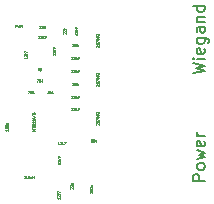
<source format=gbr>
G04 #@! TF.GenerationSoftware,KiCad,Pcbnew,no-vcs-found-7613~57~ubuntu16.04.1*
G04 #@! TF.CreationDate,2017-02-19T17:16:57-08:00*
G04 #@! TF.ProjectId,ESPKey,4553504B65792E6B696361645F706362,rev?*
G04 #@! TF.FileFunction,Other,Fab,Top*
%FSLAX46Y46*%
G04 Gerber Fmt 4.6, Leading zero omitted, Abs format (unit mm)*
G04 Created by KiCad (PCBNEW no-vcs-found-7613~57~ubuntu16.04.1) date Sun Feb 19 17:16:57 2017*
%MOMM*%
%LPD*%
G01*
G04 APERTURE LIST*
%ADD10C,0.100000*%
%ADD11C,0.030000*%
%ADD12C,0.150000*%
G04 APERTURE END LIST*
D10*
D11*
X106787476Y-113700714D02*
X106692238Y-113767380D01*
X106787476Y-113815000D02*
X106587476Y-113815000D01*
X106587476Y-113738809D01*
X106597000Y-113719761D01*
X106606523Y-113710238D01*
X106625571Y-113700714D01*
X106654142Y-113700714D01*
X106673190Y-113710238D01*
X106682714Y-113719761D01*
X106692238Y-113738809D01*
X106692238Y-113815000D01*
X106587476Y-113643571D02*
X106587476Y-113529285D01*
X106787476Y-113586428D02*
X106587476Y-113586428D01*
X106587476Y-113376904D02*
X106587476Y-113415000D01*
X106597000Y-113434047D01*
X106606523Y-113443571D01*
X106635095Y-113462619D01*
X106673190Y-113472142D01*
X106749380Y-113472142D01*
X106768428Y-113462619D01*
X106777952Y-113453095D01*
X106787476Y-113434047D01*
X106787476Y-113395952D01*
X106777952Y-113376904D01*
X106768428Y-113367380D01*
X106749380Y-113357857D01*
X106701761Y-113357857D01*
X106682714Y-113367380D01*
X106673190Y-113376904D01*
X106663666Y-113395952D01*
X106663666Y-113434047D01*
X106673190Y-113453095D01*
X106682714Y-113462619D01*
X106701761Y-113472142D01*
X106606523Y-113281666D02*
X106597000Y-113272142D01*
X106587476Y-113253095D01*
X106587476Y-113205476D01*
X106597000Y-113186428D01*
X106606523Y-113176904D01*
X106625571Y-113167380D01*
X106644619Y-113167380D01*
X106673190Y-113176904D01*
X106787476Y-113291190D01*
X106787476Y-113167380D01*
X106787476Y-112976904D02*
X106787476Y-113091190D01*
X106787476Y-113034047D02*
X106587476Y-113034047D01*
X106616047Y-113053095D01*
X106635095Y-113072142D01*
X106644619Y-113091190D01*
X106606523Y-112900714D02*
X106597000Y-112891190D01*
X106587476Y-112872142D01*
X106587476Y-112824523D01*
X106597000Y-112805476D01*
X106606523Y-112795952D01*
X106625571Y-112786428D01*
X106644619Y-112786428D01*
X106673190Y-112795952D01*
X106787476Y-112910238D01*
X106787476Y-112786428D01*
X106730333Y-112710238D02*
X106730333Y-112615000D01*
X106787476Y-112729285D02*
X106587476Y-112662619D01*
X106787476Y-112595952D01*
X106577952Y-112386428D02*
X106835095Y-112557857D01*
X106682714Y-112253095D02*
X106692238Y-112224523D01*
X106701761Y-112215000D01*
X106720809Y-112205476D01*
X106749380Y-112205476D01*
X106768428Y-112215000D01*
X106777952Y-112224523D01*
X106787476Y-112243571D01*
X106787476Y-112319761D01*
X106587476Y-112319761D01*
X106587476Y-112253095D01*
X106597000Y-112234047D01*
X106606523Y-112224523D01*
X106625571Y-112215000D01*
X106644619Y-112215000D01*
X106663666Y-112224523D01*
X106673190Y-112234047D01*
X106682714Y-112253095D01*
X106682714Y-112319761D01*
X108890476Y-119414285D02*
X108890476Y-119528571D01*
X108890476Y-119471428D02*
X108690476Y-119471428D01*
X108719047Y-119490476D01*
X108738095Y-119509523D01*
X108747619Y-119528571D01*
X108709523Y-119338095D02*
X108700000Y-119328571D01*
X108690476Y-119309523D01*
X108690476Y-119261904D01*
X108700000Y-119242857D01*
X108709523Y-119233333D01*
X108728571Y-119223809D01*
X108747619Y-119223809D01*
X108776190Y-119233333D01*
X108890476Y-119347619D01*
X108890476Y-119223809D01*
X108890476Y-119138095D02*
X108690476Y-119138095D01*
X108814285Y-119119047D02*
X108890476Y-119061904D01*
X108757142Y-119061904D02*
X108833333Y-119138095D01*
X108690476Y-118995238D02*
X108690476Y-118861904D01*
X108890476Y-118947619D01*
X112009523Y-106642857D02*
X112000000Y-106633333D01*
X111990476Y-106614285D01*
X111990476Y-106566666D01*
X112000000Y-106547619D01*
X112009523Y-106538095D01*
X112028571Y-106528571D01*
X112047619Y-106528571D01*
X112076190Y-106538095D01*
X112190476Y-106652380D01*
X112190476Y-106528571D01*
X112190476Y-106442857D02*
X111990476Y-106442857D01*
X112190476Y-106328571D01*
X111990476Y-106328571D01*
X111990476Y-106252380D02*
X111990476Y-106119047D01*
X112190476Y-106204761D01*
X111990476Y-106004761D02*
X111990476Y-105985714D01*
X112000000Y-105966666D01*
X112009523Y-105957142D01*
X112028571Y-105947619D01*
X112066666Y-105938095D01*
X112114285Y-105938095D01*
X112152380Y-105947619D01*
X112171428Y-105957142D01*
X112180952Y-105966666D01*
X112190476Y-105985714D01*
X112190476Y-106004761D01*
X112180952Y-106023809D01*
X112171428Y-106033333D01*
X112152380Y-106042857D01*
X112114285Y-106052380D01*
X112066666Y-106052380D01*
X112028571Y-106042857D01*
X112009523Y-106033333D01*
X112000000Y-106023809D01*
X111990476Y-106004761D01*
X111990476Y-105814285D02*
X111990476Y-105795238D01*
X112000000Y-105776190D01*
X112009523Y-105766666D01*
X112028571Y-105757142D01*
X112066666Y-105747619D01*
X112114285Y-105747619D01*
X112152380Y-105757142D01*
X112171428Y-105766666D01*
X112180952Y-105776190D01*
X112190476Y-105795238D01*
X112190476Y-105814285D01*
X112180952Y-105833333D01*
X112171428Y-105842857D01*
X112152380Y-105852380D01*
X112114285Y-105861904D01*
X112066666Y-105861904D01*
X112028571Y-105852380D01*
X112009523Y-105842857D01*
X112000000Y-105833333D01*
X111990476Y-105814285D01*
X112009523Y-105671428D02*
X112000000Y-105661904D01*
X111990476Y-105642857D01*
X111990476Y-105595238D01*
X112000000Y-105576190D01*
X112009523Y-105566666D01*
X112028571Y-105557142D01*
X112047619Y-105557142D01*
X112076190Y-105566666D01*
X112190476Y-105680952D01*
X112190476Y-105557142D01*
X105133333Y-104990476D02*
X105133333Y-104790476D01*
X105209523Y-104790476D01*
X105228571Y-104800000D01*
X105238095Y-104809523D01*
X105247619Y-104828571D01*
X105247619Y-104857142D01*
X105238095Y-104876190D01*
X105228571Y-104885714D01*
X105209523Y-104895238D01*
X105133333Y-104895238D01*
X105314285Y-104790476D02*
X105361904Y-104990476D01*
X105400000Y-104847619D01*
X105438095Y-104990476D01*
X105485714Y-104790476D01*
X105676190Y-104990476D02*
X105609523Y-104895238D01*
X105561904Y-104990476D02*
X105561904Y-104790476D01*
X105638095Y-104790476D01*
X105657142Y-104800000D01*
X105666666Y-104809523D01*
X105676190Y-104828571D01*
X105676190Y-104857142D01*
X105666666Y-104876190D01*
X105657142Y-104885714D01*
X105638095Y-104895238D01*
X105561904Y-104895238D01*
D12*
X121182380Y-117990690D02*
X120182380Y-117990690D01*
X120182380Y-117609738D01*
X120230000Y-117514500D01*
X120277619Y-117466880D01*
X120372857Y-117419261D01*
X120515714Y-117419261D01*
X120610952Y-117466880D01*
X120658571Y-117514500D01*
X120706190Y-117609738D01*
X120706190Y-117990690D01*
X121182380Y-116847833D02*
X121134761Y-116943071D01*
X121087142Y-116990690D01*
X120991904Y-117038309D01*
X120706190Y-117038309D01*
X120610952Y-116990690D01*
X120563333Y-116943071D01*
X120515714Y-116847833D01*
X120515714Y-116704976D01*
X120563333Y-116609738D01*
X120610952Y-116562119D01*
X120706190Y-116514500D01*
X120991904Y-116514500D01*
X121087142Y-116562119D01*
X121134761Y-116609738D01*
X121182380Y-116704976D01*
X121182380Y-116847833D01*
X120515714Y-116181166D02*
X121182380Y-115990690D01*
X120706190Y-115800214D01*
X121182380Y-115609738D01*
X120515714Y-115419261D01*
X121134761Y-114657357D02*
X121182380Y-114752595D01*
X121182380Y-114943071D01*
X121134761Y-115038309D01*
X121039523Y-115085928D01*
X120658571Y-115085928D01*
X120563333Y-115038309D01*
X120515714Y-114943071D01*
X120515714Y-114752595D01*
X120563333Y-114657357D01*
X120658571Y-114609738D01*
X120753809Y-114609738D01*
X120849047Y-115085928D01*
X121182380Y-114181166D02*
X120515714Y-114181166D01*
X120706190Y-114181166D02*
X120610952Y-114133547D01*
X120563333Y-114085928D01*
X120515714Y-113990690D01*
X120515714Y-113895452D01*
X120170180Y-108904761D02*
X121170180Y-108666666D01*
X120455895Y-108476190D01*
X121170180Y-108285714D01*
X120170180Y-108047619D01*
X121170180Y-107666666D02*
X120503514Y-107666666D01*
X120170180Y-107666666D02*
X120217800Y-107714285D01*
X120265419Y-107666666D01*
X120217800Y-107619047D01*
X120170180Y-107666666D01*
X120265419Y-107666666D01*
X121122561Y-106809523D02*
X121170180Y-106904761D01*
X121170180Y-107095238D01*
X121122561Y-107190476D01*
X121027323Y-107238095D01*
X120646371Y-107238095D01*
X120551133Y-107190476D01*
X120503514Y-107095238D01*
X120503514Y-106904761D01*
X120551133Y-106809523D01*
X120646371Y-106761904D01*
X120741609Y-106761904D01*
X120836847Y-107238095D01*
X120503514Y-105904761D02*
X121313038Y-105904761D01*
X121408276Y-105952380D01*
X121455895Y-106000000D01*
X121503514Y-106095238D01*
X121503514Y-106238095D01*
X121455895Y-106333333D01*
X121122561Y-105904761D02*
X121170180Y-106000000D01*
X121170180Y-106190476D01*
X121122561Y-106285714D01*
X121074942Y-106333333D01*
X120979704Y-106380952D01*
X120693990Y-106380952D01*
X120598752Y-106333333D01*
X120551133Y-106285714D01*
X120503514Y-106190476D01*
X120503514Y-106000000D01*
X120551133Y-105904761D01*
X121170180Y-105000000D02*
X120646371Y-105000000D01*
X120551133Y-105047619D01*
X120503514Y-105142857D01*
X120503514Y-105333333D01*
X120551133Y-105428571D01*
X121122561Y-105000000D02*
X121170180Y-105095238D01*
X121170180Y-105333333D01*
X121122561Y-105428571D01*
X121027323Y-105476190D01*
X120932085Y-105476190D01*
X120836847Y-105428571D01*
X120789228Y-105333333D01*
X120789228Y-105095238D01*
X120741609Y-105000000D01*
X120503514Y-104523809D02*
X121170180Y-104523809D01*
X120598752Y-104523809D02*
X120551133Y-104476190D01*
X120503514Y-104380952D01*
X120503514Y-104238095D01*
X120551133Y-104142857D01*
X120646371Y-104095238D01*
X121170180Y-104095238D01*
X121170180Y-103190476D02*
X120170180Y-103190476D01*
X121122561Y-103190476D02*
X121170180Y-103285714D01*
X121170180Y-103476190D01*
X121122561Y-103571428D01*
X121074942Y-103619047D01*
X120979704Y-103666666D01*
X120693990Y-103666666D01*
X120598752Y-103619047D01*
X120551133Y-103571428D01*
X120503514Y-103476190D01*
X120503514Y-103285714D01*
X120551133Y-103190476D01*
D11*
X111535642Y-114507023D02*
X111545166Y-114497500D01*
X111564214Y-114487976D01*
X111611833Y-114487976D01*
X111630880Y-114497500D01*
X111640404Y-114507023D01*
X111649928Y-114526071D01*
X111649928Y-114545119D01*
X111640404Y-114573690D01*
X111526119Y-114687976D01*
X111649928Y-114687976D01*
X111726119Y-114507023D02*
X111735642Y-114497500D01*
X111754690Y-114487976D01*
X111802309Y-114487976D01*
X111821357Y-114497500D01*
X111830880Y-114507023D01*
X111840404Y-114526071D01*
X111840404Y-114545119D01*
X111830880Y-114573690D01*
X111716595Y-114687976D01*
X111840404Y-114687976D01*
X112011833Y-114554642D02*
X112011833Y-114687976D01*
X111926119Y-114554642D02*
X111926119Y-114659404D01*
X111935642Y-114678452D01*
X111954690Y-114687976D01*
X111983261Y-114687976D01*
X112002309Y-114678452D01*
X112011833Y-114668928D01*
X104490476Y-113623809D02*
X104490476Y-113738095D01*
X104490476Y-113680952D02*
X104290476Y-113680952D01*
X104319047Y-113700000D01*
X104338095Y-113719047D01*
X104347619Y-113738095D01*
X104290476Y-113500000D02*
X104290476Y-113480952D01*
X104300000Y-113461904D01*
X104309523Y-113452380D01*
X104328571Y-113442857D01*
X104366666Y-113433333D01*
X104414285Y-113433333D01*
X104452380Y-113442857D01*
X104471428Y-113452380D01*
X104480952Y-113461904D01*
X104490476Y-113480952D01*
X104490476Y-113500000D01*
X104480952Y-113519047D01*
X104471428Y-113528571D01*
X104452380Y-113538095D01*
X104414285Y-113547619D01*
X104366666Y-113547619D01*
X104328571Y-113538095D01*
X104309523Y-113528571D01*
X104300000Y-113519047D01*
X104290476Y-113500000D01*
X104290476Y-113309523D02*
X104290476Y-113290476D01*
X104300000Y-113271428D01*
X104309523Y-113261904D01*
X104328571Y-113252380D01*
X104366666Y-113242857D01*
X104414285Y-113242857D01*
X104452380Y-113252380D01*
X104471428Y-113261904D01*
X104480952Y-113271428D01*
X104490476Y-113290476D01*
X104490476Y-113309523D01*
X104480952Y-113328571D01*
X104471428Y-113338095D01*
X104452380Y-113347619D01*
X104414285Y-113357142D01*
X104366666Y-113357142D01*
X104328571Y-113347619D01*
X104309523Y-113338095D01*
X104300000Y-113328571D01*
X104290476Y-113309523D01*
X104357142Y-113157142D02*
X104490476Y-113157142D01*
X104376190Y-113157142D02*
X104366666Y-113147619D01*
X104357142Y-113128571D01*
X104357142Y-113100000D01*
X104366666Y-113080952D01*
X104385714Y-113071428D01*
X104490476Y-113071428D01*
X109809523Y-118642857D02*
X109800000Y-118633333D01*
X109790476Y-118614285D01*
X109790476Y-118566666D01*
X109800000Y-118547619D01*
X109809523Y-118538095D01*
X109828571Y-118528571D01*
X109847619Y-118528571D01*
X109876190Y-118538095D01*
X109990476Y-118652380D01*
X109990476Y-118528571D01*
X109809523Y-118452380D02*
X109800000Y-118442857D01*
X109790476Y-118423809D01*
X109790476Y-118376190D01*
X109800000Y-118357142D01*
X109809523Y-118347619D01*
X109828571Y-118338095D01*
X109847619Y-118338095D01*
X109876190Y-118347619D01*
X109990476Y-118461904D01*
X109990476Y-118338095D01*
X109857142Y-118166666D02*
X109990476Y-118166666D01*
X109857142Y-118252380D02*
X109961904Y-118252380D01*
X109980952Y-118242857D01*
X109990476Y-118223809D01*
X109990476Y-118195238D01*
X109980952Y-118176190D01*
X109971428Y-118166666D01*
X111640476Y-118923809D02*
X111640476Y-119038095D01*
X111640476Y-118980952D02*
X111440476Y-118980952D01*
X111469047Y-119000000D01*
X111488095Y-119019047D01*
X111497619Y-119038095D01*
X111440476Y-118800000D02*
X111440476Y-118780952D01*
X111450000Y-118761904D01*
X111459523Y-118752380D01*
X111478571Y-118742857D01*
X111516666Y-118733333D01*
X111564285Y-118733333D01*
X111602380Y-118742857D01*
X111621428Y-118752380D01*
X111630952Y-118761904D01*
X111640476Y-118780952D01*
X111640476Y-118800000D01*
X111630952Y-118819047D01*
X111621428Y-118828571D01*
X111602380Y-118838095D01*
X111564285Y-118847619D01*
X111516666Y-118847619D01*
X111478571Y-118838095D01*
X111459523Y-118828571D01*
X111450000Y-118819047D01*
X111440476Y-118800000D01*
X111440476Y-118609523D02*
X111440476Y-118590476D01*
X111450000Y-118571428D01*
X111459523Y-118561904D01*
X111478571Y-118552380D01*
X111516666Y-118542857D01*
X111564285Y-118542857D01*
X111602380Y-118552380D01*
X111621428Y-118561904D01*
X111630952Y-118571428D01*
X111640476Y-118590476D01*
X111640476Y-118609523D01*
X111630952Y-118628571D01*
X111621428Y-118638095D01*
X111602380Y-118647619D01*
X111564285Y-118657142D01*
X111516666Y-118657142D01*
X111478571Y-118647619D01*
X111459523Y-118638095D01*
X111450000Y-118628571D01*
X111440476Y-118609523D01*
X111507142Y-118457142D02*
X111640476Y-118457142D01*
X111526190Y-118457142D02*
X111516666Y-118447619D01*
X111507142Y-118428571D01*
X111507142Y-118400000D01*
X111516666Y-118380952D01*
X111535714Y-118371428D01*
X111640476Y-118371428D01*
X112009523Y-113242857D02*
X112000000Y-113233333D01*
X111990476Y-113214285D01*
X111990476Y-113166666D01*
X112000000Y-113147619D01*
X112009523Y-113138095D01*
X112028571Y-113128571D01*
X112047619Y-113128571D01*
X112076190Y-113138095D01*
X112190476Y-113252380D01*
X112190476Y-113128571D01*
X112190476Y-113042857D02*
X111990476Y-113042857D01*
X112190476Y-112928571D01*
X111990476Y-112928571D01*
X111990476Y-112852380D02*
X111990476Y-112719047D01*
X112190476Y-112804761D01*
X111990476Y-112604761D02*
X111990476Y-112585714D01*
X112000000Y-112566666D01*
X112009523Y-112557142D01*
X112028571Y-112547619D01*
X112066666Y-112538095D01*
X112114285Y-112538095D01*
X112152380Y-112547619D01*
X112171428Y-112557142D01*
X112180952Y-112566666D01*
X112190476Y-112585714D01*
X112190476Y-112604761D01*
X112180952Y-112623809D01*
X112171428Y-112633333D01*
X112152380Y-112642857D01*
X112114285Y-112652380D01*
X112066666Y-112652380D01*
X112028571Y-112642857D01*
X112009523Y-112633333D01*
X112000000Y-112623809D01*
X111990476Y-112604761D01*
X111990476Y-112414285D02*
X111990476Y-112395238D01*
X112000000Y-112376190D01*
X112009523Y-112366666D01*
X112028571Y-112357142D01*
X112066666Y-112347619D01*
X112114285Y-112347619D01*
X112152380Y-112357142D01*
X112171428Y-112366666D01*
X112180952Y-112376190D01*
X112190476Y-112395238D01*
X112190476Y-112414285D01*
X112180952Y-112433333D01*
X112171428Y-112442857D01*
X112152380Y-112452380D01*
X112114285Y-112461904D01*
X112066666Y-112461904D01*
X112028571Y-112452380D01*
X112009523Y-112442857D01*
X112000000Y-112433333D01*
X111990476Y-112414285D01*
X112009523Y-112271428D02*
X112000000Y-112261904D01*
X111990476Y-112242857D01*
X111990476Y-112195238D01*
X112000000Y-112176190D01*
X112009523Y-112166666D01*
X112028571Y-112157142D01*
X112047619Y-112157142D01*
X112076190Y-112166666D01*
X112190476Y-112280952D01*
X112190476Y-112157142D01*
X112009523Y-109942857D02*
X112000000Y-109933333D01*
X111990476Y-109914285D01*
X111990476Y-109866666D01*
X112000000Y-109847619D01*
X112009523Y-109838095D01*
X112028571Y-109828571D01*
X112047619Y-109828571D01*
X112076190Y-109838095D01*
X112190476Y-109952380D01*
X112190476Y-109828571D01*
X112190476Y-109742857D02*
X111990476Y-109742857D01*
X112190476Y-109628571D01*
X111990476Y-109628571D01*
X111990476Y-109552380D02*
X111990476Y-109419047D01*
X112190476Y-109504761D01*
X111990476Y-109304761D02*
X111990476Y-109285714D01*
X112000000Y-109266666D01*
X112009523Y-109257142D01*
X112028571Y-109247619D01*
X112066666Y-109238095D01*
X112114285Y-109238095D01*
X112152380Y-109247619D01*
X112171428Y-109257142D01*
X112180952Y-109266666D01*
X112190476Y-109285714D01*
X112190476Y-109304761D01*
X112180952Y-109323809D01*
X112171428Y-109333333D01*
X112152380Y-109342857D01*
X112114285Y-109352380D01*
X112066666Y-109352380D01*
X112028571Y-109342857D01*
X112009523Y-109333333D01*
X112000000Y-109323809D01*
X111990476Y-109304761D01*
X111990476Y-109114285D02*
X111990476Y-109095238D01*
X112000000Y-109076190D01*
X112009523Y-109066666D01*
X112028571Y-109057142D01*
X112066666Y-109047619D01*
X112114285Y-109047619D01*
X112152380Y-109057142D01*
X112171428Y-109066666D01*
X112180952Y-109076190D01*
X112190476Y-109095238D01*
X112190476Y-109114285D01*
X112180952Y-109133333D01*
X112171428Y-109142857D01*
X112152380Y-109152380D01*
X112114285Y-109161904D01*
X112066666Y-109161904D01*
X112028571Y-109152380D01*
X112009523Y-109142857D01*
X112000000Y-109133333D01*
X111990476Y-109114285D01*
X112009523Y-108971428D02*
X112000000Y-108961904D01*
X111990476Y-108942857D01*
X111990476Y-108895238D01*
X112000000Y-108876190D01*
X112009523Y-108866666D01*
X112028571Y-108857142D01*
X112047619Y-108857142D01*
X112076190Y-108866666D01*
X112190476Y-108980952D01*
X112190476Y-108857142D01*
X106090476Y-107514285D02*
X106090476Y-107628571D01*
X106090476Y-107571428D02*
X105890476Y-107571428D01*
X105919047Y-107590476D01*
X105938095Y-107609523D01*
X105947619Y-107628571D01*
X105909523Y-107438095D02*
X105900000Y-107428571D01*
X105890476Y-107409523D01*
X105890476Y-107361904D01*
X105900000Y-107342857D01*
X105909523Y-107333333D01*
X105928571Y-107323809D01*
X105947619Y-107323809D01*
X105976190Y-107333333D01*
X106090476Y-107447619D01*
X106090476Y-107323809D01*
X106090476Y-107238095D02*
X105890476Y-107238095D01*
X106014285Y-107219047D02*
X106090476Y-107161904D01*
X105957142Y-107161904D02*
X106033333Y-107238095D01*
X105890476Y-107095238D02*
X105890476Y-106961904D01*
X106090476Y-107047619D01*
X108490476Y-107214285D02*
X108490476Y-107328571D01*
X108490476Y-107271428D02*
X108290476Y-107271428D01*
X108319047Y-107290476D01*
X108338095Y-107309523D01*
X108347619Y-107328571D01*
X108309523Y-107138095D02*
X108300000Y-107128571D01*
X108290476Y-107109523D01*
X108290476Y-107061904D01*
X108300000Y-107042857D01*
X108309523Y-107033333D01*
X108328571Y-107023809D01*
X108347619Y-107023809D01*
X108376190Y-107033333D01*
X108490476Y-107147619D01*
X108490476Y-107023809D01*
X108490476Y-106938095D02*
X108290476Y-106938095D01*
X108414285Y-106919047D02*
X108490476Y-106861904D01*
X108357142Y-106861904D02*
X108433333Y-106938095D01*
X108290476Y-106795238D02*
X108290476Y-106661904D01*
X108490476Y-106747619D01*
X108835714Y-114890476D02*
X108721428Y-114890476D01*
X108778571Y-114890476D02*
X108778571Y-114690476D01*
X108759523Y-114719047D01*
X108740476Y-114738095D01*
X108721428Y-114747619D01*
X108911904Y-114709523D02*
X108921428Y-114700000D01*
X108940476Y-114690476D01*
X108988095Y-114690476D01*
X109007142Y-114700000D01*
X109016666Y-114709523D01*
X109026190Y-114728571D01*
X109026190Y-114747619D01*
X109016666Y-114776190D01*
X108902380Y-114890476D01*
X109026190Y-114890476D01*
X109111904Y-114890476D02*
X109111904Y-114690476D01*
X109130952Y-114814285D02*
X109188095Y-114890476D01*
X109188095Y-114757142D02*
X109111904Y-114833333D01*
X109254761Y-114690476D02*
X109388095Y-114690476D01*
X109302380Y-114890476D01*
X108940476Y-116464285D02*
X108940476Y-116578571D01*
X108940476Y-116521428D02*
X108740476Y-116521428D01*
X108769047Y-116540476D01*
X108788095Y-116559523D01*
X108797619Y-116578571D01*
X108759523Y-116388095D02*
X108750000Y-116378571D01*
X108740476Y-116359523D01*
X108740476Y-116311904D01*
X108750000Y-116292857D01*
X108759523Y-116283333D01*
X108778571Y-116273809D01*
X108797619Y-116273809D01*
X108826190Y-116283333D01*
X108940476Y-116397619D01*
X108940476Y-116273809D01*
X108940476Y-116188095D02*
X108740476Y-116188095D01*
X108864285Y-116169047D02*
X108940476Y-116111904D01*
X108807142Y-116111904D02*
X108883333Y-116188095D01*
X108740476Y-116045238D02*
X108740476Y-115911904D01*
X108940476Y-115997619D01*
X109985714Y-111990476D02*
X109871428Y-111990476D01*
X109928571Y-111990476D02*
X109928571Y-111790476D01*
X109909523Y-111819047D01*
X109890476Y-111838095D01*
X109871428Y-111847619D01*
X110061904Y-111809523D02*
X110071428Y-111800000D01*
X110090476Y-111790476D01*
X110138095Y-111790476D01*
X110157142Y-111800000D01*
X110166666Y-111809523D01*
X110176190Y-111828571D01*
X110176190Y-111847619D01*
X110166666Y-111876190D01*
X110052380Y-111990476D01*
X110176190Y-111990476D01*
X110261904Y-111990476D02*
X110261904Y-111790476D01*
X110280952Y-111914285D02*
X110338095Y-111990476D01*
X110338095Y-111857142D02*
X110261904Y-111933333D01*
X110404761Y-111790476D02*
X110538095Y-111790476D01*
X110452380Y-111990476D01*
X109985714Y-110990476D02*
X109871428Y-110990476D01*
X109928571Y-110990476D02*
X109928571Y-110790476D01*
X109909523Y-110819047D01*
X109890476Y-110838095D01*
X109871428Y-110847619D01*
X110061904Y-110809523D02*
X110071428Y-110800000D01*
X110090476Y-110790476D01*
X110138095Y-110790476D01*
X110157142Y-110800000D01*
X110166666Y-110809523D01*
X110176190Y-110828571D01*
X110176190Y-110847619D01*
X110166666Y-110876190D01*
X110052380Y-110990476D01*
X110176190Y-110990476D01*
X110261904Y-110990476D02*
X110261904Y-110790476D01*
X110280952Y-110914285D02*
X110338095Y-110990476D01*
X110338095Y-110857142D02*
X110261904Y-110933333D01*
X110404761Y-110790476D02*
X110538095Y-110790476D01*
X110452380Y-110990476D01*
X109966666Y-109709523D02*
X109976190Y-109700000D01*
X109995238Y-109690476D01*
X110042857Y-109690476D01*
X110061904Y-109700000D01*
X110071428Y-109709523D01*
X110080952Y-109728571D01*
X110080952Y-109747619D01*
X110071428Y-109776190D01*
X109957142Y-109890476D01*
X110080952Y-109890476D01*
X110157142Y-109709523D02*
X110166666Y-109700000D01*
X110185714Y-109690476D01*
X110233333Y-109690476D01*
X110252380Y-109700000D01*
X110261904Y-109709523D01*
X110271428Y-109728571D01*
X110271428Y-109747619D01*
X110261904Y-109776190D01*
X110147619Y-109890476D01*
X110271428Y-109890476D01*
X110357142Y-109890476D02*
X110357142Y-109690476D01*
X110376190Y-109814285D02*
X110433333Y-109890476D01*
X110433333Y-109757142D02*
X110357142Y-109833333D01*
X109985714Y-108790476D02*
X109871428Y-108790476D01*
X109928571Y-108790476D02*
X109928571Y-108590476D01*
X109909523Y-108619047D01*
X109890476Y-108638095D01*
X109871428Y-108647619D01*
X110061904Y-108609523D02*
X110071428Y-108600000D01*
X110090476Y-108590476D01*
X110138095Y-108590476D01*
X110157142Y-108600000D01*
X110166666Y-108609523D01*
X110176190Y-108628571D01*
X110176190Y-108647619D01*
X110166666Y-108676190D01*
X110052380Y-108790476D01*
X110176190Y-108790476D01*
X110261904Y-108790476D02*
X110261904Y-108590476D01*
X110280952Y-108714285D02*
X110338095Y-108790476D01*
X110338095Y-108657142D02*
X110261904Y-108733333D01*
X110404761Y-108590476D02*
X110538095Y-108590476D01*
X110452380Y-108790476D01*
X109985714Y-107690476D02*
X109871428Y-107690476D01*
X109928571Y-107690476D02*
X109928571Y-107490476D01*
X109909523Y-107519047D01*
X109890476Y-107538095D01*
X109871428Y-107547619D01*
X110061904Y-107509523D02*
X110071428Y-107500000D01*
X110090476Y-107490476D01*
X110138095Y-107490476D01*
X110157142Y-107500000D01*
X110166666Y-107509523D01*
X110176190Y-107528571D01*
X110176190Y-107547619D01*
X110166666Y-107576190D01*
X110052380Y-107690476D01*
X110176190Y-107690476D01*
X110261904Y-107690476D02*
X110261904Y-107490476D01*
X110280952Y-107614285D02*
X110338095Y-107690476D01*
X110338095Y-107557142D02*
X110261904Y-107633333D01*
X110404761Y-107490476D02*
X110538095Y-107490476D01*
X110452380Y-107690476D01*
X109966666Y-106409523D02*
X109976190Y-106400000D01*
X109995238Y-106390476D01*
X110042857Y-106390476D01*
X110061904Y-106400000D01*
X110071428Y-106409523D01*
X110080952Y-106428571D01*
X110080952Y-106447619D01*
X110071428Y-106476190D01*
X109957142Y-106590476D01*
X110080952Y-106590476D01*
X110157142Y-106409523D02*
X110166666Y-106400000D01*
X110185714Y-106390476D01*
X110233333Y-106390476D01*
X110252380Y-106400000D01*
X110261904Y-106409523D01*
X110271428Y-106428571D01*
X110271428Y-106447619D01*
X110261904Y-106476190D01*
X110147619Y-106590476D01*
X110271428Y-106590476D01*
X110357142Y-106590476D02*
X110357142Y-106390476D01*
X110376190Y-106514285D02*
X110433333Y-106590476D01*
X110433333Y-106457142D02*
X110357142Y-106533333D01*
X107185714Y-105890476D02*
X107071428Y-105890476D01*
X107128571Y-105890476D02*
X107128571Y-105690476D01*
X107109523Y-105719047D01*
X107090476Y-105738095D01*
X107071428Y-105747619D01*
X107261904Y-105709523D02*
X107271428Y-105700000D01*
X107290476Y-105690476D01*
X107338095Y-105690476D01*
X107357142Y-105700000D01*
X107366666Y-105709523D01*
X107376190Y-105728571D01*
X107376190Y-105747619D01*
X107366666Y-105776190D01*
X107252380Y-105890476D01*
X107376190Y-105890476D01*
X107461904Y-105890476D02*
X107461904Y-105690476D01*
X107480952Y-105814285D02*
X107538095Y-105890476D01*
X107538095Y-105757142D02*
X107461904Y-105833333D01*
X107604761Y-105690476D02*
X107738095Y-105690476D01*
X107652380Y-105890476D01*
X110390476Y-105514285D02*
X110390476Y-105628571D01*
X110390476Y-105571428D02*
X110190476Y-105571428D01*
X110219047Y-105590476D01*
X110238095Y-105609523D01*
X110247619Y-105628571D01*
X110209523Y-105438095D02*
X110200000Y-105428571D01*
X110190476Y-105409523D01*
X110190476Y-105361904D01*
X110200000Y-105342857D01*
X110209523Y-105333333D01*
X110228571Y-105323809D01*
X110247619Y-105323809D01*
X110276190Y-105333333D01*
X110390476Y-105447619D01*
X110390476Y-105323809D01*
X110390476Y-105238095D02*
X110190476Y-105238095D01*
X110314285Y-105219047D02*
X110390476Y-105161904D01*
X110257142Y-105161904D02*
X110333333Y-105238095D01*
X110190476Y-105095238D02*
X110190476Y-104961904D01*
X110390476Y-105047619D01*
X109209523Y-105533333D02*
X109200000Y-105523809D01*
X109190476Y-105504761D01*
X109190476Y-105457142D01*
X109200000Y-105438095D01*
X109209523Y-105428571D01*
X109228571Y-105419047D01*
X109247619Y-105419047D01*
X109276190Y-105428571D01*
X109390476Y-105542857D01*
X109390476Y-105419047D01*
X109209523Y-105342857D02*
X109200000Y-105333333D01*
X109190476Y-105314285D01*
X109190476Y-105266666D01*
X109200000Y-105247619D01*
X109209523Y-105238095D01*
X109228571Y-105228571D01*
X109247619Y-105228571D01*
X109276190Y-105238095D01*
X109390476Y-105352380D01*
X109390476Y-105228571D01*
X109390476Y-105142857D02*
X109190476Y-105142857D01*
X109314285Y-105123809D02*
X109390476Y-105066666D01*
X109257142Y-105066666D02*
X109333333Y-105142857D01*
X107142857Y-104890476D02*
X107266666Y-104890476D01*
X107200000Y-104966666D01*
X107228571Y-104966666D01*
X107247619Y-104976190D01*
X107257142Y-104985714D01*
X107266666Y-105004761D01*
X107266666Y-105052380D01*
X107257142Y-105071428D01*
X107247619Y-105080952D01*
X107228571Y-105090476D01*
X107171428Y-105090476D01*
X107152380Y-105080952D01*
X107142857Y-105071428D01*
X107333333Y-104890476D02*
X107457142Y-104890476D01*
X107390476Y-104966666D01*
X107419047Y-104966666D01*
X107438095Y-104976190D01*
X107447619Y-104985714D01*
X107457142Y-105004761D01*
X107457142Y-105052380D01*
X107447619Y-105071428D01*
X107438095Y-105080952D01*
X107419047Y-105090476D01*
X107361904Y-105090476D01*
X107342857Y-105080952D01*
X107333333Y-105071428D01*
X107580952Y-104890476D02*
X107600000Y-104890476D01*
X107619047Y-104900000D01*
X107628571Y-104909523D01*
X107638095Y-104928571D01*
X107647619Y-104966666D01*
X107647619Y-105014285D01*
X107638095Y-105052380D01*
X107628571Y-105071428D01*
X107619047Y-105080952D01*
X107600000Y-105090476D01*
X107580952Y-105090476D01*
X107561904Y-105080952D01*
X107552380Y-105071428D01*
X107542857Y-105052380D01*
X107533333Y-105014285D01*
X107533333Y-104966666D01*
X107542857Y-104928571D01*
X107552380Y-104909523D01*
X107561904Y-104900000D01*
X107580952Y-104890476D01*
X106207142Y-110390476D02*
X106340476Y-110390476D01*
X106254761Y-110590476D01*
X106511904Y-110390476D02*
X106416666Y-110390476D01*
X106407142Y-110485714D01*
X106416666Y-110476190D01*
X106435714Y-110466666D01*
X106483333Y-110466666D01*
X106502380Y-110476190D01*
X106511904Y-110485714D01*
X106521428Y-110504761D01*
X106521428Y-110552380D01*
X106511904Y-110571428D01*
X106502380Y-110580952D01*
X106483333Y-110590476D01*
X106435714Y-110590476D01*
X106416666Y-110580952D01*
X106407142Y-110571428D01*
X106607142Y-110590476D02*
X106607142Y-110390476D01*
X106626190Y-110514285D02*
X106683333Y-110590476D01*
X106683333Y-110457142D02*
X106607142Y-110533333D01*
X105895238Y-117590476D02*
X106019047Y-117590476D01*
X105952380Y-117666666D01*
X105980952Y-117666666D01*
X106000000Y-117676190D01*
X106009523Y-117685714D01*
X106019047Y-117704761D01*
X106019047Y-117752380D01*
X106009523Y-117771428D01*
X106000000Y-117780952D01*
X105980952Y-117790476D01*
X105923809Y-117790476D01*
X105904761Y-117780952D01*
X105895238Y-117771428D01*
X106104761Y-117771428D02*
X106114285Y-117780952D01*
X106104761Y-117790476D01*
X106095238Y-117780952D01*
X106104761Y-117771428D01*
X106104761Y-117790476D01*
X106285714Y-117590476D02*
X106247619Y-117590476D01*
X106228571Y-117600000D01*
X106219047Y-117609523D01*
X106200000Y-117638095D01*
X106190476Y-117676190D01*
X106190476Y-117752380D01*
X106200000Y-117771428D01*
X106209523Y-117780952D01*
X106228571Y-117790476D01*
X106266666Y-117790476D01*
X106285714Y-117780952D01*
X106295238Y-117771428D01*
X106304761Y-117752380D01*
X106304761Y-117704761D01*
X106295238Y-117685714D01*
X106285714Y-117676190D01*
X106266666Y-117666666D01*
X106228571Y-117666666D01*
X106209523Y-117676190D01*
X106200000Y-117685714D01*
X106190476Y-117704761D01*
X106476190Y-117657142D02*
X106476190Y-117790476D01*
X106390476Y-117657142D02*
X106390476Y-117761904D01*
X106400000Y-117780952D01*
X106419047Y-117790476D01*
X106447619Y-117790476D01*
X106466666Y-117780952D01*
X106476190Y-117771428D01*
X106571428Y-117790476D02*
X106571428Y-117590476D01*
X106571428Y-117685714D02*
X106685714Y-117685714D01*
X106685714Y-117790476D02*
X106685714Y-117590476D01*
X107066666Y-108457142D02*
X107066666Y-108590476D01*
X107066666Y-108476190D02*
X107076190Y-108466666D01*
X107095238Y-108457142D01*
X107123809Y-108457142D01*
X107142857Y-108466666D01*
X107152380Y-108485714D01*
X107152380Y-108590476D01*
X107247619Y-108457142D02*
X107247619Y-108657142D01*
X107247619Y-108466666D02*
X107266666Y-108457142D01*
X107304761Y-108457142D01*
X107323809Y-108466666D01*
X107333333Y-108476190D01*
X107342857Y-108495238D01*
X107342857Y-108552380D01*
X107333333Y-108571428D01*
X107323809Y-108580952D01*
X107304761Y-108590476D01*
X107266666Y-108590476D01*
X107247619Y-108580952D01*
X106957142Y-109390476D02*
X107090476Y-109390476D01*
X107004761Y-109590476D01*
X107261904Y-109390476D02*
X107166666Y-109390476D01*
X107157142Y-109485714D01*
X107166666Y-109476190D01*
X107185714Y-109466666D01*
X107233333Y-109466666D01*
X107252380Y-109476190D01*
X107261904Y-109485714D01*
X107271428Y-109504761D01*
X107271428Y-109552380D01*
X107261904Y-109571428D01*
X107252380Y-109580952D01*
X107233333Y-109590476D01*
X107185714Y-109590476D01*
X107166666Y-109580952D01*
X107157142Y-109571428D01*
X107357142Y-109590476D02*
X107357142Y-109390476D01*
X107376190Y-109514285D02*
X107433333Y-109590476D01*
X107433333Y-109457142D02*
X107357142Y-109533333D01*
X107866666Y-110409523D02*
X107876190Y-110400000D01*
X107895238Y-110390476D01*
X107942857Y-110390476D01*
X107961904Y-110400000D01*
X107971428Y-110409523D01*
X107980952Y-110428571D01*
X107980952Y-110447619D01*
X107971428Y-110476190D01*
X107857142Y-110590476D01*
X107980952Y-110590476D01*
X108152380Y-110457142D02*
X108152380Y-110590476D01*
X108104761Y-110380952D02*
X108057142Y-110523809D01*
X108180952Y-110523809D01*
X108257142Y-110590476D02*
X108257142Y-110390476D01*
X108276190Y-110514285D02*
X108333333Y-110590476D01*
X108333333Y-110457142D02*
X108257142Y-110533333D01*
M02*

</source>
